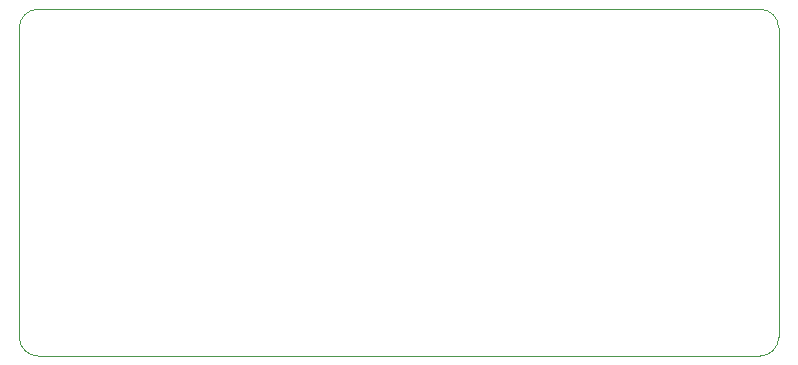
<source format=gm1>
G04 #@! TF.GenerationSoftware,KiCad,Pcbnew,(5.1.9)-1*
G04 #@! TF.CreationDate,2021-05-27T01:04:45-06:00*
G04 #@! TF.ProjectId,cga_proto_boards,6367615f-7072-46f7-946f-5f626f617264,rev?*
G04 #@! TF.SameCoordinates,Original*
G04 #@! TF.FileFunction,Profile,NP*
%FSLAX46Y46*%
G04 Gerber Fmt 4.6, Leading zero omitted, Abs format (unit mm)*
G04 Created by KiCad (PCBNEW (5.1.9)-1) date 2021-05-27 01:04:45*
%MOMM*%
%LPD*%
G01*
G04 APERTURE LIST*
G04 #@! TA.AperFunction,Profile*
%ADD10C,0.050000*%
G04 #@! TD*
G04 APERTURE END LIST*
D10*
X26193750Y-19050000D02*
G75*
G02*
X27781250Y-17462500I1587500J0D01*
G01*
X27781250Y-46831250D02*
G75*
G02*
X26193750Y-45243750I0J1587500D01*
G01*
X90487500Y-45243750D02*
G75*
G02*
X88900000Y-46831250I-1587500J0D01*
G01*
X88900000Y-17462500D02*
G75*
G02*
X90487500Y-19050000I0J-1587500D01*
G01*
X26193750Y-19050000D02*
X26193750Y-23018750D01*
X88900000Y-17462500D02*
X27781250Y-17462500D01*
X90487500Y-45243750D02*
X90487500Y-19050000D01*
X84137500Y-46831250D02*
X88900000Y-46831250D01*
X27781250Y-46831250D02*
X84137500Y-46831250D01*
X26193750Y-23018750D02*
X26193750Y-45243750D01*
M02*

</source>
